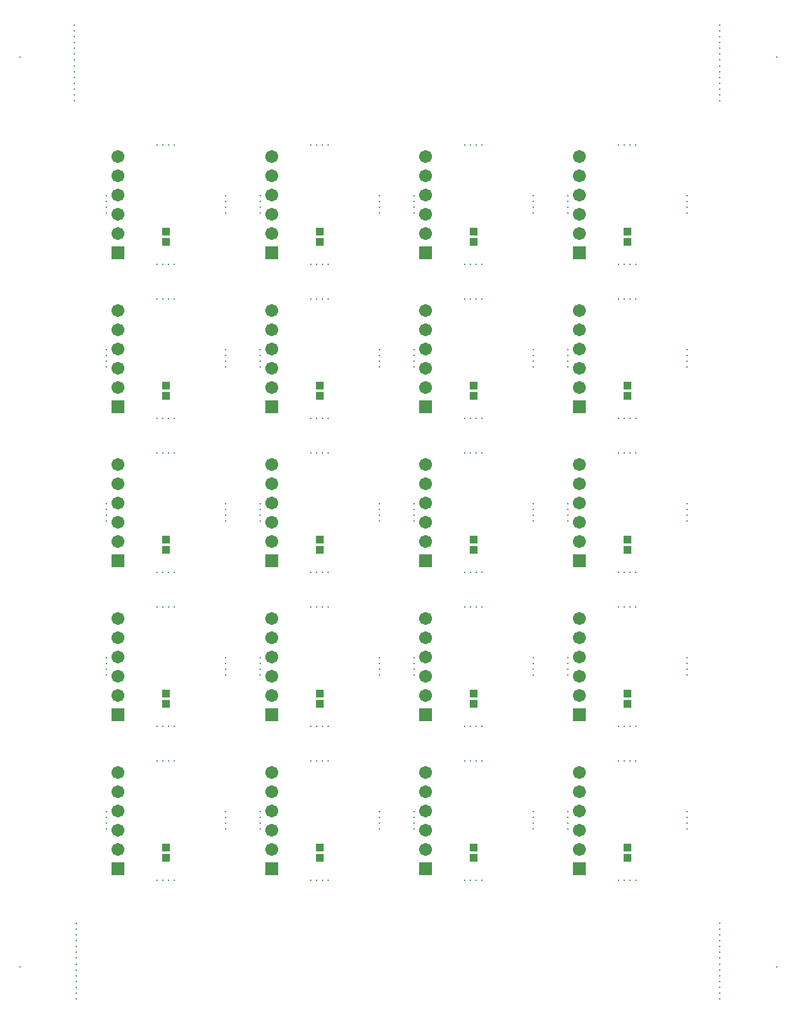
<source format=gbs>
%FSLAX25Y25*%
%MOIN*%
G70*
G01*
G75*
G04 Layer_Color=16711935*
%ADD10C,0.03937*%
%ADD11R,0.03600X0.03600*%
%ADD12R,0.01969X0.01575*%
%ADD13R,0.02756X0.03543*%
%ADD14R,0.19685X0.13780*%
%ADD15C,0.01000*%
%ADD16C,0.05906*%
%ADD17R,0.05906X0.05906*%
%ADD18C,0.03000*%
%ADD19C,0.00600*%
%ADD20C,0.00787*%
%ADD21C,0.04737*%
%ADD22R,0.04400X0.04400*%
%ADD23R,0.02769X0.02375*%
%ADD24R,0.03556X0.04343*%
%ADD25R,0.20485X0.14579*%
%ADD26C,0.00800*%
%ADD27C,0.06706*%
%ADD28R,0.06706X0.06706*%
D22*
X95713Y76213D02*
D03*
Y81713D02*
D03*
X175713Y76213D02*
D03*
Y81713D02*
D03*
X255713Y76213D02*
D03*
Y81713D02*
D03*
X335713Y76213D02*
D03*
Y81713D02*
D03*
X95713Y156213D02*
D03*
Y161713D02*
D03*
X175713Y156213D02*
D03*
Y161713D02*
D03*
X255713Y156213D02*
D03*
Y161713D02*
D03*
X335713Y156213D02*
D03*
Y161713D02*
D03*
X95713Y236213D02*
D03*
Y241713D02*
D03*
X175713Y236213D02*
D03*
Y241713D02*
D03*
X255713Y236213D02*
D03*
Y241713D02*
D03*
X335713Y236213D02*
D03*
Y241713D02*
D03*
X95713Y316213D02*
D03*
Y321713D02*
D03*
X175713Y316213D02*
D03*
Y321713D02*
D03*
X255713Y316213D02*
D03*
Y321713D02*
D03*
X335713Y316213D02*
D03*
Y321713D02*
D03*
X95713Y396213D02*
D03*
Y401713D02*
D03*
X175713Y396213D02*
D03*
Y401713D02*
D03*
X255713Y396213D02*
D03*
Y401713D02*
D03*
X335713Y396213D02*
D03*
Y401713D02*
D03*
D26*
X48228Y493858D02*
D03*
Y490858D02*
D03*
Y496858D02*
D03*
Y499858D02*
D03*
Y502858D02*
D03*
Y505858D02*
D03*
Y508858D02*
D03*
Y472488D02*
D03*
Y475488D02*
D03*
Y478488D02*
D03*
Y481488D02*
D03*
Y484488D02*
D03*
Y487488D02*
D03*
Y469488D02*
D03*
X383858Y493858D02*
D03*
Y490858D02*
D03*
Y496858D02*
D03*
Y499858D02*
D03*
Y502858D02*
D03*
Y505858D02*
D03*
Y508858D02*
D03*
Y472488D02*
D03*
Y475488D02*
D03*
Y478488D02*
D03*
Y481488D02*
D03*
Y484488D02*
D03*
Y487488D02*
D03*
Y469488D02*
D03*
Y27323D02*
D03*
Y24323D02*
D03*
Y30323D02*
D03*
Y33323D02*
D03*
Y36323D02*
D03*
Y39323D02*
D03*
Y42323D02*
D03*
Y5953D02*
D03*
Y8953D02*
D03*
Y11953D02*
D03*
Y14953D02*
D03*
Y17953D02*
D03*
Y20953D02*
D03*
Y2953D02*
D03*
X49213D02*
D03*
Y20953D02*
D03*
Y17953D02*
D03*
Y14953D02*
D03*
Y11953D02*
D03*
Y8953D02*
D03*
Y5953D02*
D03*
Y42323D02*
D03*
Y39323D02*
D03*
Y36323D02*
D03*
Y33323D02*
D03*
Y30323D02*
D03*
Y24323D02*
D03*
Y27323D02*
D03*
X413386Y492126D02*
D03*
X19685D02*
D03*
X413386Y19685D02*
D03*
X19685D02*
D03*
X64713Y91213D02*
D03*
Y94213D02*
D03*
Y100213D02*
D03*
Y97213D02*
D03*
X97213Y64713D02*
D03*
X100213D02*
D03*
X94213D02*
D03*
X91213D02*
D03*
X126713Y97213D02*
D03*
Y100213D02*
D03*
Y94213D02*
D03*
Y91213D02*
D03*
X97213Y126713D02*
D03*
X100213D02*
D03*
X94213D02*
D03*
X91213D02*
D03*
X144713Y91213D02*
D03*
Y94213D02*
D03*
Y100213D02*
D03*
Y97213D02*
D03*
X177213Y64713D02*
D03*
X180213D02*
D03*
X174213D02*
D03*
X171213D02*
D03*
X206713Y97213D02*
D03*
Y100213D02*
D03*
Y94213D02*
D03*
Y91213D02*
D03*
X177213Y126713D02*
D03*
X180213D02*
D03*
X174213D02*
D03*
X171213D02*
D03*
X224713Y91213D02*
D03*
Y94213D02*
D03*
Y100213D02*
D03*
Y97213D02*
D03*
X257213Y64713D02*
D03*
X260213D02*
D03*
X254213D02*
D03*
X251213D02*
D03*
X286713Y97213D02*
D03*
Y100213D02*
D03*
Y94213D02*
D03*
Y91213D02*
D03*
X257213Y126713D02*
D03*
X260213D02*
D03*
X254213D02*
D03*
X251213D02*
D03*
X304713Y91213D02*
D03*
Y94213D02*
D03*
Y100213D02*
D03*
Y97213D02*
D03*
X337213Y64713D02*
D03*
X340213D02*
D03*
X334213D02*
D03*
X331213D02*
D03*
X366713Y97213D02*
D03*
Y100213D02*
D03*
Y94213D02*
D03*
Y91213D02*
D03*
X337213Y126713D02*
D03*
X340213D02*
D03*
X334213D02*
D03*
X331213D02*
D03*
X64713Y171213D02*
D03*
Y174213D02*
D03*
Y180213D02*
D03*
Y177213D02*
D03*
X97213Y144713D02*
D03*
X100213D02*
D03*
X94213D02*
D03*
X91213D02*
D03*
X126713Y177213D02*
D03*
Y180213D02*
D03*
Y174213D02*
D03*
Y171213D02*
D03*
X97213Y206713D02*
D03*
X100213D02*
D03*
X94213D02*
D03*
X91213D02*
D03*
X144713Y171213D02*
D03*
Y174213D02*
D03*
Y180213D02*
D03*
Y177213D02*
D03*
X177213Y144713D02*
D03*
X180213D02*
D03*
X174213D02*
D03*
X171213D02*
D03*
X206713Y177213D02*
D03*
Y180213D02*
D03*
Y174213D02*
D03*
Y171213D02*
D03*
X177213Y206713D02*
D03*
X180213D02*
D03*
X174213D02*
D03*
X171213D02*
D03*
X224713Y171213D02*
D03*
Y174213D02*
D03*
Y180213D02*
D03*
Y177213D02*
D03*
X257213Y144713D02*
D03*
X260213D02*
D03*
X254213D02*
D03*
X251213D02*
D03*
X286713Y177213D02*
D03*
Y180213D02*
D03*
Y174213D02*
D03*
Y171213D02*
D03*
X257213Y206713D02*
D03*
X260213D02*
D03*
X254213D02*
D03*
X251213D02*
D03*
X304713Y171213D02*
D03*
Y174213D02*
D03*
Y180213D02*
D03*
Y177213D02*
D03*
X337213Y144713D02*
D03*
X340213D02*
D03*
X334213D02*
D03*
X331213D02*
D03*
X366713Y177213D02*
D03*
Y180213D02*
D03*
Y174213D02*
D03*
Y171213D02*
D03*
X337213Y206713D02*
D03*
X340213D02*
D03*
X334213D02*
D03*
X331213D02*
D03*
X64713Y251213D02*
D03*
Y254213D02*
D03*
Y260213D02*
D03*
Y257213D02*
D03*
X97213Y224713D02*
D03*
X100213D02*
D03*
X94213D02*
D03*
X91213D02*
D03*
X126713Y257213D02*
D03*
Y260213D02*
D03*
Y254213D02*
D03*
Y251213D02*
D03*
X97213Y286713D02*
D03*
X100213D02*
D03*
X94213D02*
D03*
X91213D02*
D03*
X144713Y251213D02*
D03*
Y254213D02*
D03*
Y260213D02*
D03*
Y257213D02*
D03*
X177213Y224713D02*
D03*
X180213D02*
D03*
X174213D02*
D03*
X171213D02*
D03*
X206713Y257213D02*
D03*
Y260213D02*
D03*
Y254213D02*
D03*
Y251213D02*
D03*
X177213Y286713D02*
D03*
X180213D02*
D03*
X174213D02*
D03*
X171213D02*
D03*
X224713Y251213D02*
D03*
Y254213D02*
D03*
Y260213D02*
D03*
Y257213D02*
D03*
X257213Y224713D02*
D03*
X260213D02*
D03*
X254213D02*
D03*
X251213D02*
D03*
X286713Y257213D02*
D03*
Y260213D02*
D03*
Y254213D02*
D03*
Y251213D02*
D03*
X257213Y286713D02*
D03*
X260213D02*
D03*
X254213D02*
D03*
X251213D02*
D03*
X304713Y251213D02*
D03*
Y254213D02*
D03*
Y260213D02*
D03*
Y257213D02*
D03*
X337213Y224713D02*
D03*
X340213D02*
D03*
X334213D02*
D03*
X331213D02*
D03*
X366713Y257213D02*
D03*
Y260213D02*
D03*
Y254213D02*
D03*
Y251213D02*
D03*
X337213Y286713D02*
D03*
X340213D02*
D03*
X334213D02*
D03*
X331213D02*
D03*
X64713Y331213D02*
D03*
Y334213D02*
D03*
Y340213D02*
D03*
Y337213D02*
D03*
X97213Y304713D02*
D03*
X100213D02*
D03*
X94213D02*
D03*
X91213D02*
D03*
X126713Y337213D02*
D03*
Y340213D02*
D03*
Y334213D02*
D03*
Y331213D02*
D03*
X97213Y366713D02*
D03*
X100213D02*
D03*
X94213D02*
D03*
X91213D02*
D03*
X144713Y331213D02*
D03*
Y334213D02*
D03*
Y340213D02*
D03*
Y337213D02*
D03*
X177213Y304713D02*
D03*
X180213D02*
D03*
X174213D02*
D03*
X171213D02*
D03*
X206713Y337213D02*
D03*
Y340213D02*
D03*
Y334213D02*
D03*
Y331213D02*
D03*
X177213Y366713D02*
D03*
X180213D02*
D03*
X174213D02*
D03*
X171213D02*
D03*
X224713Y331213D02*
D03*
Y334213D02*
D03*
Y340213D02*
D03*
Y337213D02*
D03*
X257213Y304713D02*
D03*
X260213D02*
D03*
X254213D02*
D03*
X251213D02*
D03*
X286713Y337213D02*
D03*
Y340213D02*
D03*
Y334213D02*
D03*
Y331213D02*
D03*
X257213Y366713D02*
D03*
X260213D02*
D03*
X254213D02*
D03*
X251213D02*
D03*
X304713Y331213D02*
D03*
Y334213D02*
D03*
Y340213D02*
D03*
Y337213D02*
D03*
X337213Y304713D02*
D03*
X340213D02*
D03*
X334213D02*
D03*
X331213D02*
D03*
X366713Y337213D02*
D03*
Y340213D02*
D03*
Y334213D02*
D03*
Y331213D02*
D03*
X337213Y366713D02*
D03*
X340213D02*
D03*
X334213D02*
D03*
X331213D02*
D03*
X64713Y411213D02*
D03*
Y414213D02*
D03*
Y420213D02*
D03*
Y417213D02*
D03*
X97213Y384713D02*
D03*
X100213D02*
D03*
X94213D02*
D03*
X91213D02*
D03*
X126713Y417213D02*
D03*
Y420213D02*
D03*
Y414213D02*
D03*
Y411213D02*
D03*
X97213Y446713D02*
D03*
X100213D02*
D03*
X94213D02*
D03*
X91213D02*
D03*
X144713Y411213D02*
D03*
Y414213D02*
D03*
Y420213D02*
D03*
Y417213D02*
D03*
X177213Y384713D02*
D03*
X180213D02*
D03*
X174213D02*
D03*
X171213D02*
D03*
X206713Y417213D02*
D03*
Y420213D02*
D03*
Y414213D02*
D03*
Y411213D02*
D03*
X177213Y446713D02*
D03*
X180213D02*
D03*
X174213D02*
D03*
X171213D02*
D03*
X224713Y411213D02*
D03*
Y414213D02*
D03*
Y420213D02*
D03*
Y417213D02*
D03*
X257213Y384713D02*
D03*
X260213D02*
D03*
X254213D02*
D03*
X251213D02*
D03*
X286713Y417213D02*
D03*
Y420213D02*
D03*
Y414213D02*
D03*
Y411213D02*
D03*
X257213Y446713D02*
D03*
X260213D02*
D03*
X254213D02*
D03*
X251213D02*
D03*
X304713Y411213D02*
D03*
Y414213D02*
D03*
Y420213D02*
D03*
Y417213D02*
D03*
X337213Y384713D02*
D03*
X340213D02*
D03*
X334213D02*
D03*
X331213D02*
D03*
X366713Y417213D02*
D03*
Y420213D02*
D03*
Y414213D02*
D03*
Y411213D02*
D03*
X337213Y446713D02*
D03*
X340213D02*
D03*
X334213D02*
D03*
X331213D02*
D03*
D27*
X70713Y120713D02*
D03*
Y110713D02*
D03*
Y100713D02*
D03*
Y90713D02*
D03*
Y80713D02*
D03*
X150713Y120713D02*
D03*
Y110713D02*
D03*
Y100713D02*
D03*
Y90713D02*
D03*
Y80713D02*
D03*
X230713Y120713D02*
D03*
Y110713D02*
D03*
Y100713D02*
D03*
Y90713D02*
D03*
Y80713D02*
D03*
X310713Y120713D02*
D03*
Y110713D02*
D03*
Y100713D02*
D03*
Y90713D02*
D03*
Y80713D02*
D03*
X70713Y200713D02*
D03*
Y190713D02*
D03*
Y180713D02*
D03*
Y170713D02*
D03*
Y160713D02*
D03*
X150713Y200713D02*
D03*
Y190713D02*
D03*
Y180713D02*
D03*
Y170713D02*
D03*
Y160713D02*
D03*
X230713Y200713D02*
D03*
Y190713D02*
D03*
Y180713D02*
D03*
Y170713D02*
D03*
Y160713D02*
D03*
X310713Y200713D02*
D03*
Y190713D02*
D03*
Y180713D02*
D03*
Y170713D02*
D03*
Y160713D02*
D03*
X70713Y280713D02*
D03*
Y270713D02*
D03*
Y260713D02*
D03*
Y250713D02*
D03*
Y240713D02*
D03*
X150713Y280713D02*
D03*
Y270713D02*
D03*
Y260713D02*
D03*
Y250713D02*
D03*
Y240713D02*
D03*
X230713Y280713D02*
D03*
Y270713D02*
D03*
Y260713D02*
D03*
Y250713D02*
D03*
Y240713D02*
D03*
X310713Y280713D02*
D03*
Y270713D02*
D03*
Y260713D02*
D03*
Y250713D02*
D03*
Y240713D02*
D03*
X70713Y360713D02*
D03*
Y350713D02*
D03*
Y340713D02*
D03*
Y330713D02*
D03*
Y320713D02*
D03*
X150713Y360713D02*
D03*
Y350713D02*
D03*
Y340713D02*
D03*
Y330713D02*
D03*
Y320713D02*
D03*
X230713Y360713D02*
D03*
Y350713D02*
D03*
Y340713D02*
D03*
Y330713D02*
D03*
Y320713D02*
D03*
X310713Y360713D02*
D03*
Y350713D02*
D03*
Y340713D02*
D03*
Y330713D02*
D03*
Y320713D02*
D03*
X70713Y440713D02*
D03*
Y430713D02*
D03*
Y420713D02*
D03*
Y410713D02*
D03*
Y400713D02*
D03*
X150713Y440713D02*
D03*
Y430713D02*
D03*
Y420713D02*
D03*
Y410713D02*
D03*
Y400713D02*
D03*
X230713Y440713D02*
D03*
Y430713D02*
D03*
Y420713D02*
D03*
Y410713D02*
D03*
Y400713D02*
D03*
X310713Y440713D02*
D03*
Y430713D02*
D03*
Y420713D02*
D03*
Y410713D02*
D03*
Y400713D02*
D03*
D28*
X70713Y70713D02*
D03*
X150713D02*
D03*
X230713D02*
D03*
X310713D02*
D03*
X70713Y150713D02*
D03*
X150713D02*
D03*
X230713D02*
D03*
X310713D02*
D03*
X70713Y230713D02*
D03*
X150713D02*
D03*
X230713D02*
D03*
X310713D02*
D03*
X70713Y310713D02*
D03*
X150713D02*
D03*
X230713D02*
D03*
X310713D02*
D03*
X70713Y390713D02*
D03*
X150713D02*
D03*
X230713D02*
D03*
X310713D02*
D03*
M02*

</source>
